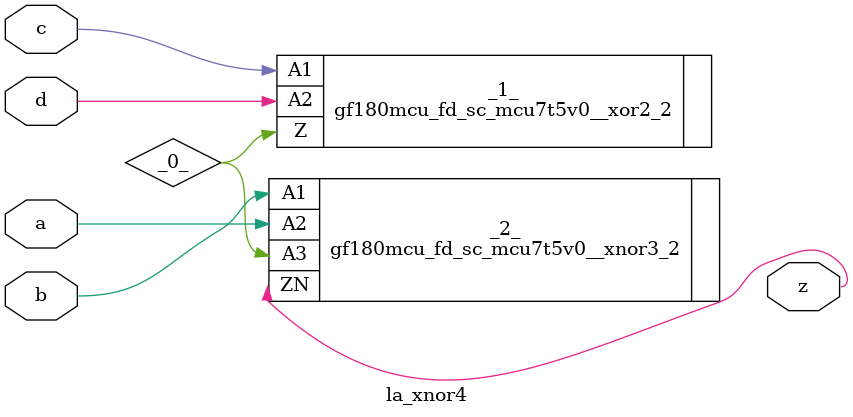
<source format=v>

/* Generated by Yosys 0.37 (git sha1 a5c7f69ed, clang 14.0.0-1ubuntu1.1 -fPIC -Os) */

module la_xnor4(a, b, c, d, z);
  wire _0_;
  input a;
  wire a;
  input b;
  wire b;
  input c;
  wire c;
  input d;
  wire d;
  output z;
  wire z;
  gf180mcu_fd_sc_mcu7t5v0__xor2_2 _1_ (
    .A1(c),
    .A2(d),
    .Z(_0_)
  );
  gf180mcu_fd_sc_mcu7t5v0__xnor3_2 _2_ (
    .A1(b),
    .A2(a),
    .A3(_0_),
    .ZN(z)
  );
endmodule

</source>
